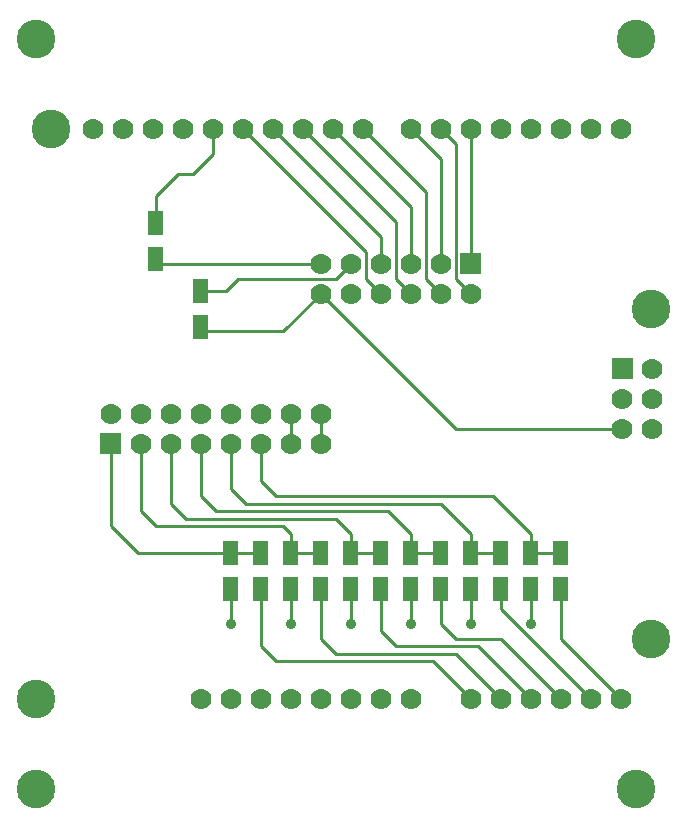
<source format=gbr>
G04 start of page 2 for group 0 idx 0 *
G04 Title: (unknown), top *
G04 Creator: pcb 20140316 *
G04 CreationDate: Wed 25 Jul 2018 01:27:56 PM GMT UTC *
G04 For: thomasc *
G04 Format: Gerber/RS-274X *
G04 PCB-Dimensions (mil): 2500.00 3000.00 *
G04 PCB-Coordinate-Origin: lower left *
%MOIN*%
%FSLAX25Y25*%
%LNTOP*%
%ADD19C,0.1250*%
%ADD18C,0.0420*%
%ADD17C,0.0200*%
%ADD16C,0.0360*%
%ADD15R,0.0500X0.0500*%
%ADD14C,0.0001*%
%ADD13C,0.1290*%
%ADD12C,0.0700*%
%ADD11C,0.0100*%
G54D11*X84000Y245000D02*Y236500D01*
X77500Y230000D01*
X72500D01*
X65000Y222500D01*
Y213500D01*
X120000Y200000D02*X65000D01*
X92500Y195000D02*X125000D01*
X130000Y200000D01*
X80000Y177500D02*X107500D01*
X80000Y191000D02*X88500D01*
X92500Y195000D01*
X135000Y204000D02*X94000Y245000D01*
X107500Y177500D02*X120000Y190000D01*
X165000Y240000D02*X160000Y245000D01*
Y235000D02*X150000Y245000D01*
X170000Y190000D02*X165000Y195000D01*
X160000Y190000D02*X155000Y195000D01*
X150000Y190000D02*X145000Y195000D01*
X140000Y190000D02*X135000Y195000D01*
X155000Y224000D02*X134000Y245000D01*
X170000D02*Y200000D01*
X165000Y195000D02*Y240000D01*
X160000Y200000D02*Y235000D01*
X150000Y219000D02*X124000Y245000D01*
X145000Y214000D02*X114000Y245000D01*
X140000Y209000D02*X104000Y245000D01*
X155000Y195000D02*Y224000D01*
X150000Y200000D02*Y219000D01*
X145000Y195000D02*Y214000D01*
X140000Y200000D02*Y209000D01*
X135000Y195000D02*Y204000D01*
X140000Y90000D02*Y77500D01*
X142500Y117500D02*X150000Y110000D01*
Y103500D01*
X140000Y77500D02*X145000Y72500D01*
X172500D01*
X125000Y70000D02*X165000D01*
X105000Y67500D02*X157500D01*
X130000Y90000D02*Y80000D01*
X125000Y115000D02*X130000Y110000D01*
Y103500D01*
X150000Y90000D02*Y80000D01*
X170000Y90000D02*Y80000D01*
X160000Y120000D02*X170000Y110000D01*
Y103500D01*
X120000Y140000D02*Y150000D01*
X110000D02*Y140000D01*
X107500Y112500D02*X110000Y110000D01*
Y103500D01*
X165000Y145000D02*X120000Y190000D01*
X180000Y90000D02*Y85000D01*
X160000Y90000D02*Y80000D01*
X165000Y75000D01*
X180000D01*
X200000Y90000D02*Y75000D01*
X220000Y55000D01*
X180000Y85000D02*X210000Y55000D01*
X180000Y75000D02*X200000Y55000D01*
X190000Y90000D02*Y80000D01*
X172500Y72500D02*X190000Y55000D01*
X165000Y70000D02*X180000Y55000D01*
X157500Y67500D02*X170000Y55000D01*
X120000Y90000D02*Y75000D01*
X125000Y70000D01*
X100000Y72500D02*X105000Y67500D01*
X100000Y90000D02*Y72500D01*
X90000Y90000D02*Y80000D01*
X110000Y90000D02*Y80000D01*
Y103500D02*X120000D01*
X130000D02*X140000D01*
X150000D02*X160000D01*
X190000D02*X200000D01*
X170000D02*X180000D01*
X177500Y122500D02*X190000Y110000D01*
Y103500D01*
X220500Y145000D02*X165000D01*
X100000Y103500D02*X59000D01*
X65000Y112500D02*X107500D01*
X59000Y103500D02*X50000Y112500D01*
Y140000D01*
X60000D02*Y117500D01*
X65000Y112500D01*
X70000Y140000D02*Y120000D01*
X75000Y115000D01*
X80000Y122500D02*X85000Y117500D01*
X75000Y115000D02*X125000D01*
X85000Y117500D02*X142500D01*
X95000Y120000D02*X160000D01*
X105000Y122500D02*X177500D01*
X80000Y140000D02*Y122500D01*
X90000Y140000D02*Y125000D01*
X95000Y120000D01*
X100000Y140000D02*Y127500D01*
X105000Y122500D01*
G54D12*X134000Y245000D03*
X220000D03*
X200000D03*
X210000D03*
G54D13*X225000Y275000D03*
G54D12*X180000Y245000D03*
X190000D03*
X170000D03*
X160000D03*
X150000D03*
X84000D03*
X74000D03*
X94000D03*
X104000D03*
X44000D03*
X64000D03*
X54000D03*
X114000D03*
X124000D03*
G54D13*X25000Y275000D03*
X30000Y245000D03*
G54D12*X80000Y55000D03*
X90000D03*
G54D13*X25000Y25000D03*
Y55000D03*
G54D12*X120000D03*
X110000D03*
X100000D03*
X130000D03*
X140000D03*
X150000D03*
X170000D03*
X180000D03*
X210000D03*
X220000D03*
G54D13*X230000Y75000D03*
X225000Y25000D03*
G54D12*X200000Y55000D03*
X190000D03*
X50000Y150000D03*
G54D14*G36*
X46500Y143500D02*Y136500D01*
X53500D01*
Y143500D01*
X46500D01*
G37*
G54D12*X60000Y150000D03*
Y140000D03*
X70000Y150000D03*
Y140000D03*
X80000Y150000D03*
Y140000D03*
X90000D03*
X100000D03*
X110000D03*
X120000D03*
X90000Y150000D03*
X100000D03*
X110000D03*
X120000D03*
X230500Y165000D03*
G54D14*G36*
X217000Y168500D02*Y161500D01*
X224000D01*
Y168500D01*
X217000D01*
G37*
G54D12*X220500Y155000D03*
Y145000D03*
G54D13*X230000Y185000D03*
G54D12*X230500Y155000D03*
Y145000D03*
X170000Y190000D03*
X160000D03*
X150000D03*
X140000D03*
X130000D03*
X120000D03*
Y200000D03*
X130000D03*
X160000D03*
G54D14*G36*
X166500Y203500D02*Y196500D01*
X173500D01*
Y203500D01*
X166500D01*
G37*
G54D12*X150000Y200000D03*
X140000D03*
G54D15*X150000Y93000D02*Y90000D01*
X140000Y93000D02*Y90000D01*
X130000Y93000D02*Y90000D01*
X150000Y105000D02*Y102000D01*
X140000Y105000D02*Y102000D01*
X130000Y105000D02*Y102000D01*
X120000Y105000D02*Y102000D01*
X110000Y105000D02*Y102000D01*
X100000Y105000D02*Y102000D01*
X120000Y93000D02*Y90000D01*
X110000Y93000D02*Y90000D01*
X100000Y93000D02*Y90000D01*
X90000Y93000D02*Y90000D01*
Y105000D02*Y102000D01*
X65000Y203000D02*Y200000D01*
X80000Y180500D02*Y177500D01*
Y192500D02*Y189500D01*
X65000Y215000D02*Y212000D01*
X180000Y93000D02*Y90000D01*
Y105000D02*Y102000D01*
X170000Y93000D02*Y90000D01*
Y105000D02*Y102000D01*
X200000Y93000D02*Y90000D01*
Y105000D02*Y102000D01*
X190000Y93000D02*Y90000D01*
Y105000D02*Y102000D01*
X160000Y93000D02*Y90000D01*
Y105000D02*Y102000D01*
G54D16*X90000Y80000D03*
X110000D03*
X130000D03*
X150000D03*
X170000D03*
X190000D03*
G54D17*G54D18*G54D19*G54D18*G54D19*G54D18*G54D19*G54D18*G54D19*G54D18*G54D19*G54D18*M02*

</source>
